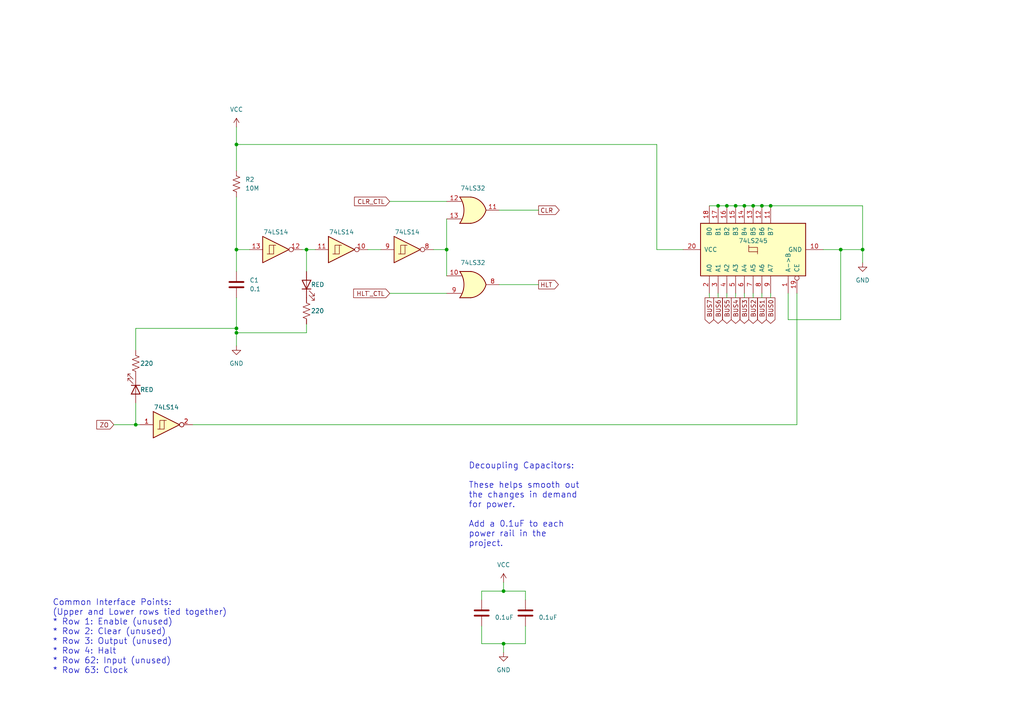
<source format=kicad_sch>
(kicad_sch (version 20211123) (generator eeschema)
  (paper "A4")
  (title_block (title "Power Reset & Zero Register Module") (date "2022-01-29") (rev "1.0"))
  (lib_symbols
    (symbol "74xx:74LS14" (pin_names (offset 1.016))
      (property "Reference" "U" (at 0 1.27 0))
      (property "Value" "74LS14" (at 0 -1.27 0))
      (symbol "74LS14_1_0"
        (polyline (pts (xy -3.81 3.81) (xy -3.81 -3.81) (xy 3.81 0) (xy -3.81 3.81)) (stroke (width 0.254)) (fill (type background)))
        (pin input line (at -7.62 0 0) (length 3.81) (name "~") (number "1"))
        (pin output inverted (at 7.62 0 180) (length 3.81) (name "~") (number "2"))
      )
      (symbol "74LS14_1_1"
        (polyline (pts (xy -1.905 -1.27) (xy -1.905 1.27) (xy -0.635 1.27)))
        (polyline (pts (xy -2.54 -1.27) (xy -0.635 -1.27) (xy -0.635 1.27) (xy 0 1.27)))
      )
      (symbol "74LS14_2_0"
        (polyline (pts (xy -3.81 3.81) (xy -3.81 -3.81) (xy 3.81 0) (xy -3.81 3.81)) (stroke (width 0.254)) (fill (type background)))
        (pin input line (at -7.62 0 0) (length 3.81) (name "~") (number "3"))
        (pin output inverted (at 7.62 0 180) (length 3.81) (name "~") (number "4"))
      )
      (symbol "74LS14_2_1"
        (polyline (pts (xy -1.905 -1.27) (xy -1.905 1.27) (xy -0.635 1.27)))
        (polyline (pts (xy -2.54 -1.27) (xy -0.635 -1.27) (xy -0.635 1.27) (xy 0 1.27)))
      )
      (symbol "74LS14_3_0"
        (polyline (pts (xy -3.81 3.81) (xy -3.81 -3.81) (xy 3.81 0) (xy -3.81 3.81)) (stroke (width 0.254)) (fill (type background)))
        (pin input line (at -7.62 0 0) (length 3.81) (name "~") (number "5"))
        (pin output inverted (at 7.62 0 180) (length 3.81) (name "~") (number "6"))
      )
      (symbol "74LS14_3_1"
        (polyline (pts (xy -1.905 -1.27) (xy -1.905 1.27) (xy -0.635 1.27)))
        (polyline (pts (xy -2.54 -1.27) (xy -0.635 -1.27) (xy -0.635 1.27) (xy 0 1.27)))
      )
      (symbol "74LS14_4_0"
        (polyline (pts (xy -3.81 3.81) (xy -3.81 -3.81) (xy 3.81 0) (xy -3.81 3.81)) (stroke (width 0.254)) (fill (type background)))
        (pin output inverted (at 7.62 0 180) (length 3.81) (name "~") (number "8"))
        (pin input line (at -7.62 0 0) (length 3.81) (name "~") (number "9"))
      )
      (symbol "74LS14_4_1"
        (polyline (pts (xy -1.905 -1.27) (xy -1.905 1.27) (xy -0.635 1.27)))
        (polyline (pts (xy -2.54 -1.27) (xy -0.635 -1.27) (xy -0.635 1.27) (xy 0 1.27)))
      )
      (symbol "74LS14_5_0"
        (polyline (pts (xy -3.81 3.81) (xy -3.81 -3.81) (xy 3.81 0) (xy -3.81 3.81)) (stroke (width 0.254)) (fill (type background)))
        (pin output inverted (at 7.62 0 180) (length 3.81) (name "~") (number "10"))
        (pin input line (at -7.62 0 0) (length 3.81) (name "~") (number "11"))
      )
      (symbol "74LS14_5_1"
        (polyline (pts (xy -1.905 -1.27) (xy -1.905 1.27) (xy -0.635 1.27)))
        (polyline (pts (xy -2.54 -1.27) (xy -0.635 -1.27) (xy -0.635 1.27) (xy 0 1.27)))
      )
      (symbol "74LS14_6_0"
        (polyline (pts (xy -3.81 3.81) (xy -3.81 -3.81) (xy 3.81 0) (xy -3.81 3.81)) (stroke (width 0.254)) (fill (type background)))
        (pin output inverted (at 7.62 0 180) (length 3.81) (name "~") (number "12"))
        (pin input line (at -7.62 0 0) (length 3.81) (name "~") (number "13"))
      )
      (symbol "74LS14_6_1"
        (polyline (pts (xy -1.905 -1.27) (xy -1.905 1.27) (xy -0.635 1.27)))
        (polyline (pts (xy -2.54 -1.27) (xy -0.635 -1.27) (xy -0.635 1.27) (xy 0 1.27)))
      )
      (symbol "74LS14_7_0"
        (pin power_in line (at 0 12.7 270) (length 5.08) (name "VCC") (number "14"))
        (pin power_in line (at 0 -12.7 90) (length 5.08) (name "GND") (number "7"))
      )
      (symbol "74LS14_7_1"
        (rectangle (start -5.08 7.62) (end 5.08 -7.62) (stroke (width 0.254)) (fill (type background)))
      )
    )
    (symbol "74xx:74LS245" (pin_names (offset 1.016))
      (property "Reference" "U" (at -7.62 16.51 0))
      (property "Value" "74LS245" (at -7.62 -16.51 0))
      (symbol "74LS245_1_0"
        (polyline (pts (xy -0.635 -1.27) (xy -0.635 1.27) (xy 0.635 1.27)))
        (polyline (pts (xy -1.27 -1.27) (xy 0.635 -1.27) (xy 0.635 1.27) (xy 1.27 1.27)))
        (pin input line (at -12.7 -10.16 0) (length 5.08) (name "A->B") (number "1"))
        (pin power_in line (at 0 -20.32 90) (length 5.08) (name "GND") (number "10"))
        (pin tri_state line (at 12.7 -5.08 180) (length 5.08) (name "B7") (number "11"))
        (pin tri_state line (at 12.7 -2.54 180) (length 5.08) (name "B6") (number "12"))
        (pin tri_state line (at 12.7 0 180) (length 5.08) (name "B5") (number "13"))
        (pin tri_state line (at 12.7 2.54 180) (length 5.08) (name "B4") (number "14"))
        (pin tri_state line (at 12.7 5.08 180) (length 5.08) (name "B3") (number "15"))
        (pin tri_state line (at 12.7 7.62 180) (length 5.08) (name "B2") (number "16"))
        (pin tri_state line (at 12.7 10.16 180) (length 5.08) (name "B1") (number "17"))
        (pin tri_state line (at 12.7 12.7 180) (length 5.08) (name "B0") (number "18"))
        (pin input inverted (at -12.7 -12.7 0) (length 5.08) (name "CE") (number "19"))
        (pin tri_state line (at -12.7 12.7 0) (length 5.08) (name "A0") (number "2"))
        (pin power_in line (at 0 20.32 270) (length 5.08) (name "VCC") (number "20"))
        (pin tri_state line (at -12.7 10.16 0) (length 5.08) (name "A1") (number "3"))
        (pin tri_state line (at -12.7 7.62 0) (length 5.08) (name "A2") (number "4"))
        (pin tri_state line (at -12.7 5.08 0) (length 5.08) (name "A3") (number "5"))
        (pin tri_state line (at -12.7 2.54 0) (length 5.08) (name "A4") (number "6"))
        (pin tri_state line (at -12.7 0 0) (length 5.08) (name "A5") (number "7"))
        (pin tri_state line (at -12.7 -2.54 0) (length 5.08) (name "A6") (number "8"))
        (pin tri_state line (at -12.7 -5.08 0) (length 5.08) (name "A7") (number "9"))
      )
      (symbol "74LS245_1_1"
        (rectangle (start -7.62 15.24) (end 7.62 -15.24) (stroke (width 0.254)) (fill (type background)))
      )
    )
    (symbol "74xx:74LS32" (pin_names (offset 1.016))
      (property "Reference" "U" (at 0 1.27 0))
      (property "Value" "74LS32" (at 0 -1.27 0))
      (symbol "74LS32_1_1"
        (arc (start -3.81 -3.81) (mid -2.589 0) (end -3.81 3.81) (stroke (width 0.254)))
        (arc (start -0.6096 -3.81) (mid 2.1855 -2.584) (end 3.81 0) (stroke (width 0.254)) (fill (type background)))
        (polyline (pts (xy -3.81 -3.81) (xy -0.635 -3.81)) (stroke (width 0.254)) (fill (type background)))
        (polyline (pts (xy -3.81 3.81) (xy -0.635 3.81)) (stroke (width 0.254)) (fill (type background)))
        (polyline (pts (xy -0.635 3.81) (xy -3.81 3.81) (xy -3.81 3.81) (xy -3.556 3.4036) (xy -3.0226 2.2606) (xy -2.6924 1.0414) (xy -2.6162 -0.254) (xy -2.7686 -1.4986) (xy -3.175 -2.7178) (xy -3.81 -3.81) (xy -3.81 -3.81) (xy -0.635 -3.81)) (stroke (width -25.4)) (fill (type background)))
        (arc (start 3.81 0) (mid 2.1928 2.5925) (end -0.6096 3.81) (stroke (width 0.254)) (fill (type background)))
        (pin input line (at -7.62 2.54 0) (length 4.318) (name "~") (number "1"))
        (pin input line (at -7.62 -2.54 0) (length 4.318) (name "~") (number "2"))
        (pin output line (at 7.62 0 180) (length 3.81) (name "~") (number "3"))
      )
      (symbol "74LS32_1_2"
        (arc (start 0 -3.81) (mid 3.81 0) (end 0 3.81) (stroke (width 0.254)) (fill (type background)))
        (polyline (pts (xy 0 3.81) (xy -3.81 3.81) (xy -3.81 -3.81) (xy 0 -3.81)) (stroke (width 0.254)) (fill (type background)))
        (pin input inverted (at -7.62 2.54 0) (length 3.81) (name "~") (number "1"))
        (pin input inverted (at -7.62 -2.54 0) (length 3.81) (name "~") (number "2"))
        (pin output inverted (at 7.62 0 180) (length 3.81) (name "~") (number "3"))
      )
      (symbol "74LS32_2_1"
        (arc (start -3.81 -3.81) (mid -2.589 0) (end -3.81 3.81) (stroke (width 0.254)))
        (arc (start -0.6096 -3.81) (mid 2.1855 -2.584) (end 3.81 0) (stroke (width 0.254)) (fill (type background)))
        (polyline (pts (xy -3.81 -3.81) (xy -0.635 -3.81)) (stroke (width 0.254)) (fill (type background)))
        (polyline (pts (xy -3.81 3.81) (xy -0.635 3.81)) (stroke (width 0.254)) (fill (type background)))
        (polyline (pts (xy -0.635 3.81) (xy -3.81 3.81) (xy -3.81 3.81) (xy -3.556 3.4036) (xy -3.0226 2.2606) (xy -2.6924 1.0414) (xy -2.6162 -0.254) (xy -2.7686 -1.4986) (xy -3.175 -2.7178) (xy -3.81 -3.81) (xy -3.81 -3.81) (xy -0.635 -3.81)) (stroke (width -25.4)) (fill (type background)))
        (arc (start 3.81 0) (mid 2.1928 2.5925) (end -0.6096 3.81) (stroke (width 0.254)) (fill (type background)))
        (pin input line (at -7.62 2.54 0) (length 4.318) (name "~") (number "4"))
        (pin input line (at -7.62 -2.54 0) (length 4.318) (name "~") (number "5"))
        (pin output line (at 7.62 0 180) (length 3.81) (name "~") (number "6"))
      )
      (symbol "74LS32_2_2"
        (arc (start 0 -3.81) (mid 3.81 0) (end 0 3.81) (stroke (width 0.254)) (fill (type background)))
        (polyline (pts (xy 0 3.81) (xy -3.81 3.81) (xy -3.81 -3.81) (xy 0 -3.81)) (stroke (width 0.254)) (fill (type background)))
        (pin input inverted (at -7.62 2.54 0) (length 3.81) (name "~") (number "4"))
        (pin input inverted (at -7.62 -2.54 0) (length 3.81) (name "~") (number "5"))
        (pin output inverted (at 7.62 0 180) (length 3.81) (name "~") (number "6"))
      )
      (symbol "74LS32_3_1"
        (arc (start -3.81 -3.81) (mid -2.589 0) (end -3.81 3.81) (stroke (width 0.254)))
        (arc (start -0.6096 -3.81) (mid 2.1855 -2.584) (end 3.81 0) (stroke (width 0.254)) (fill (type background)))
        (polyline (pts (xy -3.81 -3.81) (xy -0.635 -3.81)) (stroke (width 0.254)) (fill (type background)))
        (polyline (pts (xy -3.81 3.81) (xy -0.635 3.81)) (stroke (width 0.254)) (fill (type background)))
        (polyline (pts (xy -0.635 3.81) (xy -3.81 3.81) (xy -3.81 3.81) (xy -3.556 3.4036) (xy -3.0226 2.2606) (xy -2.6924 1.0414) (xy -2.6162 -0.254) (xy -2.7686 -1.4986) (xy -3.175 -2.7178) (xy -3.81 -3.81) (xy -3.81 -3.81) (xy -0.635 -3.81)) (stroke (width -25.4)) (fill (type background)))
        (arc (start 3.81 0) (mid 2.1928 2.5925) (end -0.6096 3.81) (stroke (width 0.254)) (fill (type background)))
        (pin input line (at -7.62 -2.54 0) (length 4.318) (name "~") (number "10"))
        (pin output line (at 7.62 0 180) (length 3.81) (name "~") (number "8"))
        (pin input line (at -7.62 2.54 0) (length 4.318) (name "~") (number "9"))
      )
      (symbol "74LS32_3_2"
        (arc (start 0 -3.81) (mid 3.81 0) (end 0 3.81) (stroke (width 0.254)) (fill (type background)))
        (polyline (pts (xy 0 3.81) (xy -3.81 3.81) (xy -3.81 -3.81) (xy 0 -3.81)) (stroke (width 0.254)) (fill (type background)))
        (pin input inverted (at -7.62 -2.54 0) (length 3.81) (name "~") (number "10"))
        (pin output inverted (at 7.62 0 180) (length 3.81) (name "~") (number "8"))
        (pin input inverted (at -7.62 2.54 0) (length 3.81) (name "~") (number "9"))
      )
      (symbol "74LS32_4_1"
        (arc (start -3.81 -3.81) (mid -2.589 0) (end -3.81 3.81) (stroke (width 0.254)))
        (arc (start -0.6096 -3.81) (mid 2.1855 -2.584) (end 3.81 0) (stroke (width 0.254)) (fill (type background)))
        (polyline (pts (xy -3.81 -3.81) (xy -0.635 -3.81)) (stroke (width 0.254)) (fill (type background)))
        (polyline (pts (xy -3.81 3.81) (xy -0.635 3.81)) (stroke (width 0.254)) (fill (type background)))
        (polyline (pts (xy -0.635 3.81) (xy -3.81 3.81) (xy -3.81 3.81) (xy -3.556 3.4036) (xy -3.0226 2.2606) (xy -2.6924 1.0414) (xy -2.6162 -0.254) (xy -2.7686 -1.4986) (xy -3.175 -2.7178) (xy -3.81 -3.81) (xy -3.81 -3.81) (xy -0.635 -3.81)) (stroke (width -25.4)) (fill (type background)))
        (arc (start 3.81 0) (mid 2.1928 2.5925) (end -0.6096 3.81) (stroke (width 0.254)) (fill (type background)))
        (pin output line (at 7.62 0 180) (length 3.81) (name "~") (number "11"))
        (pin input line (at -7.62 2.54 0) (length 4.318) (name "~") (number "12"))
        (pin input line (at -7.62 -2.54 0) (length 4.318) (name "~") (number "13"))
      )
      (symbol "74LS32_4_2"
        (arc (start 0 -3.81) (mid 3.81 0) (end 0 3.81) (stroke (width 0.254)) (fill (type background)))
        (polyline (pts (xy 0 3.81) (xy -3.81 3.81) (xy -3.81 -3.81) (xy 0 -3.81)) (stroke (width 0.254)) (fill (type background)))
        (pin output inverted (at 7.62 0 180) (length 3.81) (name "~") (number "11"))
        (pin input inverted (at -7.62 2.54 0) (length 3.81) (name "~") (number "12"))
        (pin input inverted (at -7.62 -2.54 0) (length 3.81) (name "~") (number "13"))
      )
      (symbol "74LS32_5_0"
        (pin power_in line (at 0 12.7 270) (length 5.08) (name "VCC") (number "14"))
        (pin power_in line (at 0 -12.7 90) (length 5.08) (name "GND") (number "7"))
      )
      (symbol "74LS32_5_1"
        (rectangle (start -5.08 7.62) (end 5.08 -7.62) (stroke (width 0.254)) (fill (type background)))
      )
    )
    (symbol "Device:C" (pin_numbers hide) (pin_names (offset 0.254))
      (property "Reference" "C" (at 0.635 2.54 0))
      (property "Value" "C" (at 0.635 -2.54 0))
      (symbol "C_0_1"
        (polyline (pts (xy -2.032 -0.762) (xy 2.032 -0.762)) (stroke (width 0.508)))
        (polyline (pts (xy -2.032 0.762) (xy 2.032 0.762)) (stroke (width 0.508)))
      )
      (symbol "C_1_1"
        (pin passive line (at 0 3.81 270) (length 2.794) (name "~") (number "1"))
        (pin passive line (at 0 -3.81 90) (length 2.794) (name "~") (number "2"))
      )
    )
    (symbol "Device:LED" (pin_numbers hide) (pin_names (offset 1.016) hide)
      (property "Reference" "D" (at 0 2.54 0))
      (property "Value" "LED" (at 0 -2.54 0))
      (symbol "LED_0_1"
        (polyline (pts (xy -1.27 -1.27) (xy -1.27 1.27)) (stroke (width 0.254)))
        (polyline (pts (xy -1.27 0) (xy 1.27 0)))
        (polyline (pts (xy 1.27 -1.27) (xy 1.27 1.27) (xy -1.27 0) (xy 1.27 -1.27)) (stroke (width 0.254)))
        (polyline (pts (xy -3.048 -0.762) (xy -4.572 -2.286) (xy -3.81 -2.286) (xy -4.572 -2.286) (xy -4.572 -1.524)))
        (polyline (pts (xy -1.778 -0.762) (xy -3.302 -2.286) (xy -2.54 -2.286) (xy -3.302 -2.286) (xy -3.302 -1.524)))
      )
      (symbol "LED_1_1"
        (pin passive line (at -3.81 0 0) (length 2.54) (name "K") (number "1"))
        (pin passive line (at 3.81 0 180) (length 2.54) (name "A") (number "2"))
      )
    )
    (symbol "Device:R_US" (pin_numbers hide) (pin_names (offset 0))
      (property "Reference" "R" (at 2.54 0 90))
      (property "Value" "R_US" (at -2.54 0 90))
      (symbol "R_US_0_1"
        (polyline (pts (xy 0 -2.286) (xy 0 -2.54)))
        (polyline (pts (xy 0 2.286) (xy 0 2.54)))
        (polyline (pts (xy 0 -0.762) (xy 1.016 -1.143) (xy 0 -1.524) (xy -1.016 -1.905) (xy 0 -2.286)))
        (polyline (pts (xy 0 0.762) (xy 1.016 0.381) (xy 0 0) (xy -1.016 -0.381) (xy 0 -0.762)))
        (polyline (pts (xy 0 2.286) (xy 1.016 1.905) (xy 0 1.524) (xy -1.016 1.143) (xy 0 0.762)))
      )
      (symbol "R_US_1_1"
        (pin passive line (at 0 3.81 270) (length 1.27) (name "~") (number "1"))
        (pin passive line (at 0 -3.81 90) (length 1.27) (name "~") (number "2"))
      )
    )
    (symbol "power:GND" (power) (pin_names (offset 0))
      (property "Value" "GND" (at 0 -3.81 0))
      (symbol "GND_0_1"
        (polyline (pts (xy 0 0) (xy 0 -1.27) (xy 1.27 -1.27) (xy 0 -2.54) (xy -1.27 -1.27) (xy 0 -1.27)))
      )
      (symbol "GND_1_1"
        (pin power_in line (at 0 0 270) (length 0) hide (name "GND") (number "1"))
      )
    )
    (symbol "power:VCC" (power) (pin_names (offset 0))
      (property "Value" "VCC" (at 0 3.81 0))
      (symbol "VCC_0_1"
        (polyline (pts (xy -0.762 1.27) (xy 0 2.54)))
        (polyline (pts (xy 0 0) (xy 0 2.54)))
        (polyline (pts (xy 0 2.54) (xy 0.762 1.27)))
      )
      (symbol "VCC_1_1"
        (pin power_in line (at 0 0 90) (length 0) hide (name "VCC") (number "1"))
      )
    )
  )
  (junction (at 208.28 59.69))
  (junction (at 210.82 59.69))
  (junction (at 220.98 59.69))
  (junction (at 88.9 72.39))
  (junction (at 39.37 123.19))
  (junction (at 243.84 72.39))
  (junction (at 68.58 72.39))
  (junction (at 68.58 41.91))
  (junction (at 146.05 171.45))
  (junction (at 218.44 59.69))
  (junction (at 250.19 72.39))
  (junction (at 213.36 59.69))
  (junction (at 223.52 59.69))
  (junction (at 146.05 186.69))
  (junction (at 68.58 95.25))
  (junction (at 129.54 72.39))
  (junction (at 215.9 59.69))
  (junction (at 68.58 96.52))
  (wire (pts (xy 243.84 92.71) (xy 243.84 72.39)))
  (wire (pts (xy 250.19 72.39) (xy 250.19 76.2)))
  (wire (pts (xy 68.58 36.83) (xy 68.58 41.91)))
  (wire (pts (xy 146.05 168.91) (xy 146.05 171.45)))
  (wire (pts (xy 88.9 72.39) (xy 88.9 78.74)))
  (wire (pts (xy 213.36 59.69) (xy 215.9 59.69)))
  (wire (pts (xy 146.05 186.69) (xy 152.4 186.69)))
  (wire (pts (xy 231.14 123.19) (xy 231.14 85.09)))
  (wire (pts (xy 218.44 85.09) (xy 218.44 86.36)))
  (wire (pts (xy 146.05 186.69) (xy 146.05 189.23)))
  (wire (pts (xy 139.7 181.61) (xy 139.7 186.69)))
  (wire (pts (xy 129.54 72.39) (xy 129.54 63.5)))
  (wire (pts (xy 68.58 86.36) (xy 68.58 95.25)))
  (wire (pts (xy 113.03 85.09) (xy 129.54 85.09)))
  (wire (pts (xy 220.98 85.09) (xy 220.98 86.36)))
  (wire (pts (xy 129.54 72.39) (xy 129.54 80.01)))
  (wire (pts (xy 68.58 95.25) (xy 68.58 96.52)))
  (wire (pts (xy 190.5 72.39) (xy 190.5 41.91)))
  (wire (pts (xy 243.84 72.39) (xy 250.19 72.39)))
  (wire (pts (xy 68.58 96.52) (xy 88.9 96.52)))
  (wire (pts (xy 33.02 123.19) (xy 39.37 123.19)))
  (wire (pts (xy 39.37 116.84) (xy 39.37 123.19)))
  (wire (pts (xy 152.4 181.61) (xy 152.4 186.69)))
  (wire (pts (xy 87.63 72.39) (xy 88.9 72.39)))
  (wire (pts (xy 139.7 171.45) (xy 146.05 171.45)))
  (wire (pts (xy 152.4 171.45) (xy 152.4 173.99)))
  (wire (pts (xy 218.44 59.69) (xy 220.98 59.69)))
  (wire (pts (xy 215.9 85.09) (xy 215.9 86.36)))
  (wire (pts (xy 39.37 101.6) (xy 39.37 95.25)))
  (wire (pts (xy 205.74 59.69) (xy 208.28 59.69)))
  (wire (pts (xy 250.19 59.69) (xy 250.19 72.39)))
  (wire (pts (xy 88.9 72.39) (xy 91.44 72.39)))
  (wire (pts (xy 208.28 85.09) (xy 208.28 86.36)))
  (wire (pts (xy 146.05 171.45) (xy 152.4 171.45)))
  (wire (pts (xy 228.6 92.71) (xy 243.84 92.71)))
  (wire (pts (xy 220.98 59.69) (xy 223.52 59.69)))
  (wire (pts (xy 68.58 96.52) (xy 68.58 100.33)))
  (wire (pts (xy 238.76 72.39) (xy 243.84 72.39)))
  (wire (pts (xy 213.36 85.09) (xy 213.36 86.36)))
  (wire (pts (xy 223.52 85.09) (xy 223.52 86.36)))
  (wire (pts (xy 223.52 59.69) (xy 250.19 59.69)))
  (wire (pts (xy 39.37 123.19) (xy 40.64 123.19)))
  (wire (pts (xy 144.78 82.55) (xy 156.21 82.55)))
  (wire (pts (xy 125.73 72.39) (xy 129.54 72.39)))
  (wire (pts (xy 106.68 72.39) (xy 110.49 72.39)))
  (wire (pts (xy 139.7 173.99) (xy 139.7 171.45)))
  (wire (pts (xy 228.6 85.09) (xy 228.6 92.71)))
  (wire (pts (xy 68.58 41.91) (xy 190.5 41.91)))
  (wire (pts (xy 205.74 85.09) (xy 205.74 86.36)))
  (wire (pts (xy 68.58 72.39) (xy 72.39 72.39)))
  (wire (pts (xy 210.82 85.09) (xy 210.82 86.36)))
  (wire (pts (xy 88.9 93.98) (xy 88.9 96.52)))
  (wire (pts (xy 210.82 59.69) (xy 213.36 59.69)))
  (wire (pts (xy 68.58 41.91) (xy 68.58 49.53)))
  (wire (pts (xy 55.88 123.19) (xy 231.14 123.19)))
  (wire (pts (xy 113.03 58.42) (xy 129.54 58.42)))
  (wire (pts (xy 144.78 60.96) (xy 156.21 60.96)))
  (wire (pts (xy 39.37 95.25) (xy 68.58 95.25)))
  (wire (pts (xy 215.9 59.69) (xy 218.44 59.69)))
  (wire (pts (xy 198.12 72.39) (xy 190.5 72.39)))
  (wire (pts (xy 68.58 57.15) (xy 68.58 72.39)))
  (wire (pts (xy 68.58 72.39) (xy 68.58 78.74)))
  (wire (pts (xy 139.7 186.69) (xy 146.05 186.69)))
  (wire (pts (xy 208.28 59.69) (xy 210.82 59.69)))
  (text "Decoupling Capacitors:\n\nThese helps smooth out \nthe changes in demand \nfor power.\n\nAdd a 0.1uF to each \npower rail in the \nproject." (at 135.89 158.75 0) (effects (font (size 1.75 1.75)) (justify left bottom)))
  (text "Common Interface Points:\n(Upper and Lower rows tied together)\n* Row 1: Enable (unused)\n* Row 2: Clear (unused)\n* Row 3: Output (unused)\n* Row 4: Halt\n* Row 62: Input (unused)\n* Row 63: Clock" (at 15.24 195.58 0) (effects (font (size 1.75 1.75)) (justify left bottom)))
  (global_label "BUS5" (shape output) (at 210.82 86.36 270) (property "Intersheet References" "${INTERSHEET_REFS}" (effects hide)))
  (global_label "HLT" (shape output) (at 156.21 82.55 0) (property "Intersheet References" "${INTERSHEET_REFS}" (effects hide)))
  (global_label "CLR_CTL" (shape input) (at 113.03 58.42 180) (property "Intersheet References" "${INTERSHEET_REFS}" (effects hide)))
  (global_label "CLR" (shape output) (at 156.21 60.96 0) (property "Intersheet References" "${INTERSHEET_REFS}" (effects hide)))
  (global_label "HLT`_CTL" (shape input) (at 113.03 85.09 180) (property "Intersheet References" "${INTERSHEET_REFS}" (effects hide)))
  (global_label "BUS1" (shape output) (at 220.98 86.36 270) (property "Intersheet References" "${INTERSHEET_REFS}" (effects hide)))
  (global_label "BUS0" (shape output) (at 223.52 86.36 270) (property "Intersheet References" "${INTERSHEET_REFS}" (effects hide)))
  (global_label "BUS3" (shape output) (at 215.9 86.36 270) (property "Intersheet References" "${INTERSHEET_REFS}" (effects hide)))
  (global_label "ZO" (shape input) (at 33.02 123.19 180) (property "Intersheet References" "${INTERSHEET_REFS}" (effects hide)))
  (global_label "BUS6" (shape output) (at 208.28 86.36 270) (property "Intersheet References" "${INTERSHEET_REFS}" (effects hide)))
  (global_label "BUS4" (shape output) (at 213.36 86.36 270) (property "Intersheet References" "${INTERSHEET_REFS}" (effects hide)))
  (global_label "BUS7" (shape output) (at 205.74 86.36 270) (property "Intersheet References" "${INTERSHEET_REFS}" (effects hide)))
  (global_label "BUS2" (shape output) (at 218.44 86.36 270) (property "Intersheet References" "${INTERSHEET_REFS}" (effects hide)))
  (symbol (lib_id "74xx:74LS32") (at 137.16 82.55 0) (mirror x) (unit 3)
    (property "Reference" "U2" (effects hide))
    (property "Value" "74LS32" (at 137.16 76.2 0))
    (property "Datasheet" "http://www.ti.com/lit/gpn/sn74LS32" (effects hide))
  )
  (symbol (lib_id "Device:R_US") (at 39.37 105.41 0) (unit 1)
    (property "Reference" "R1" (effects hide))
    (property "Value" "220" (at 40.64 105.41 0) (effects (justify left)))
  )
  (symbol (lib_id "Device:C") (at 68.58 82.55 0) (unit 1)
    (property "Reference" "C1" (at 72.39 81.2799 0) (effects (justify left)))
    (property "Value" "0.1" (at 72.39 83.8199 0) (effects (justify left)))
  )
  (symbol (lib_id "power:GND") (at 68.58 100.33 0) (unit 1)
    (property "Reference" "#PWR02" (effects hide))
    (property "Value" "GND" (at 68.58 105.41 0))
  )
  (symbol (lib_id "74xx:74LS14") (at 80.01 72.39 0) (unit 6)
    (property "Reference" "U1" (effects hide))
    (property "Value" "74LS14" (at 80.01 67.31 0))
    (property "Datasheet" "http://www.ti.com/lit/gpn/sn74LS14" (effects hide))
  )
  (symbol (lib_id "power:GND") (at 146.05 189.23 0) (unit 1)
    (property "Reference" "#PWR?" (effects hide))
    (property "Value" "GND" (at 146.05 194.31 0))
  )
  (symbol (lib_id "74xx:74LS14") (at 118.11 72.39 0) (unit 4)
    (property "Reference" "U1" (effects hide))
    (property "Value" "74LS14" (at 118.11 67.31 0))
    (property "Datasheet" "http://www.ti.com/lit/gpn/sn74LS14" (effects hide))
  )
  (symbol (lib_id "Device:R_US") (at 68.58 53.34 0) (unit 1)
    (property "Reference" "R2" (at 71.12 52.0699 0) (effects (justify left)))
    (property "Value" "10M" (at 71.12 54.6099 0) (effects (justify left)))
  )
  (symbol (lib_id "power:VCC") (at 146.05 168.91 0) (unit 1)
    (property "Reference" "#PWR?" (effects hide))
    (property "Value" "VCC" (at 146.05 163.83 0))
  )
  (symbol (lib_id "74xx:74LS14") (at 48.26 123.19 0) (unit 1)
    (property "Reference" "U1" (effects hide))
    (property "Value" "74LS14" (at 48.26 118.11 0))
    (property "Datasheet" "http://www.ti.com/lit/gpn/sn74LS14" (effects hide))
  )
  (symbol (lib_id "power:GND") (at 250.19 76.2 0) (unit 1)
    (property "Reference" "#PWR03" (effects hide))
    (property "Value" "GND" (at 250.19 81.28 0))
  )
  (symbol (lib_id "Device:LED") (at 88.9 82.55 90) (unit 1)
    (property "Reference" "D2" (effects hide))
    (property "Value" "RED" (at 90.17 82.55 90) (effects (justify right)))
  )
  (symbol (lib_id "74xx:74LS14") (at 99.06 72.39 0) (unit 5)
    (property "Reference" "U1" (effects hide))
    (property "Value" "74LS14" (at 99.06 67.31 0))
    (property "Datasheet" "http://www.ti.com/lit/gpn/sn74LS14" (effects hide))
  )
  (symbol (lib_id "Device:C") (at 152.4 177.8 0) (unit 1)
    (property "Reference" "C?" (effects hide))
    (property "Value" "0.1uF" (at 156.21 179.0699 0) (effects (justify left)))
  )
  (symbol (lib_id "Device:C") (at 139.7 177.8 0) (unit 1)
    (property "Reference" "C?" (effects hide))
    (property "Value" "0.1uF" (at 143.51 179.0699 0) (effects (justify left)))
  )
  (symbol (lib_id "Device:LED") (at 39.37 113.03 270) (unit 1)
    (property "Reference" "D1" (effects hide))
    (property "Value" "RED" (at 40.64 113.03 90) (effects (justify left)))
  )
  (symbol (lib_id "74xx:74LS245") (at 218.44 72.39 90) (unit 1)
    (property "Reference" "U3" (effects hide))
    (property "Value" "74LS245" (at 218.44 69.85 90))
    (property "Datasheet" "http://www.ti.com/lit/gpn/sn74LS245" (effects hide))
  )
  (symbol (lib_id "power:VCC") (at 68.58 36.83 0) (unit 1)
    (property "Reference" "#PWR01" (effects hide))
    (property "Value" "VCC" (at 68.58 31.75 0))
  )
  (symbol (lib_id "74xx:74LS32") (at 137.16 60.96 0) (unit 4)
    (property "Reference" "U2" (effects hide))
    (property "Value" "74LS32" (at 137.16 54.61 0))
    (property "Datasheet" "http://www.ti.com/lit/gpn/sn74LS32" (effects hide))
  )
  (symbol (lib_id "Device:R_US") (at 88.9 90.17 0) (unit 1)
    (property "Reference" "R3" (effects hide))
    (property "Value" "220" (at 90.17 90.17 0) (effects (justify left)))
  )
)
</source>
